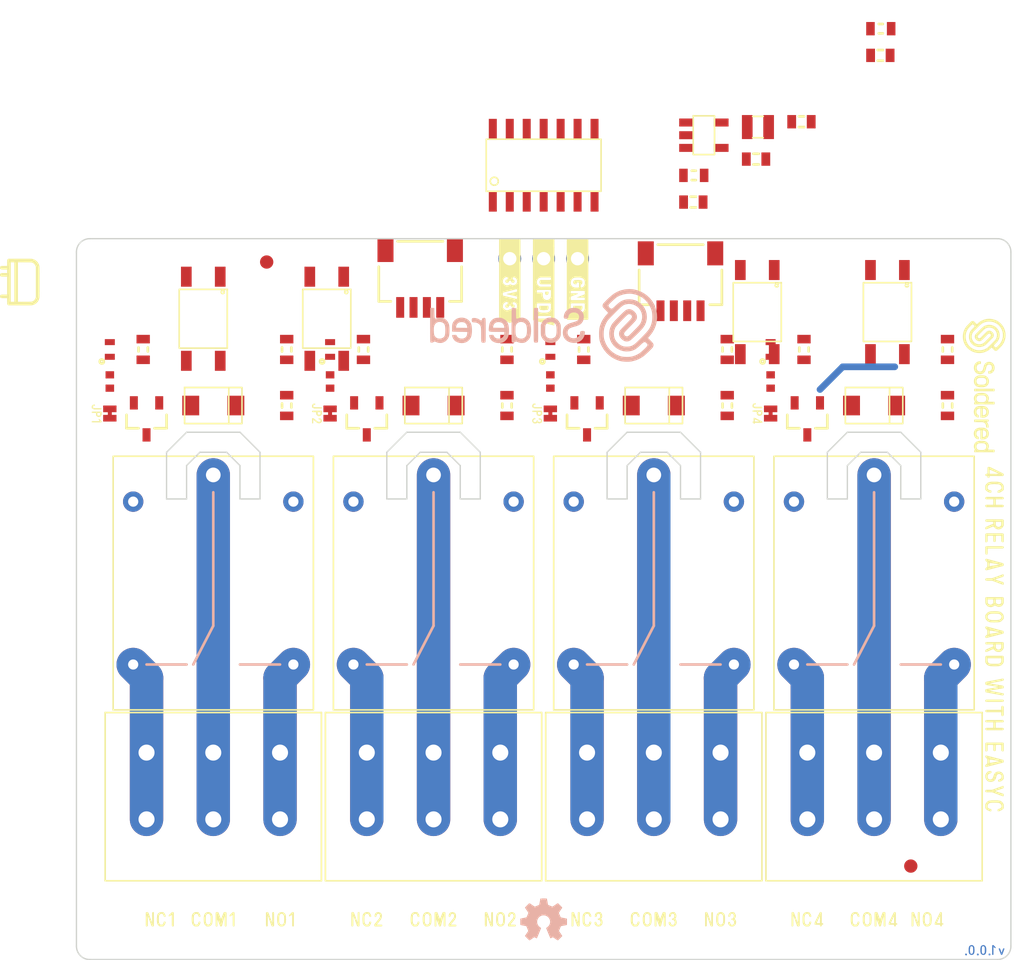
<source format=kicad_pcb>
(kicad_pcb (version 20210623) (generator pcbnew)
  (layers (0 "F.Cu" signal) (31 "B.Cu" signal) (34 "B.Paste" user) (35 "F.Paste" user) (36 "B.SilkS" user "B.Silkscreen") (37 "F.SilkS" user "F.Silkscreen") (38 "B.Mask" user) (39 "F.Mask" user) (44 "Edge.Cuts" user))
  (net 0 "")
  (net 1 "Net-(D1-Pad2)")
  (net 2 "Net-(D2-Pad2)")
  (net 3 "Net-(D3-Pad2)")
  (net 4 "Net-(D3-Pad1)")
  (net 5 "Net-(D4-Pad2)")
  (net 6 "Net-(D4-Pad1)")
  (net 7 "Net-(D5-Pad2)")
  (net 8 "Net-(D6-Pad2)")
  (net 9 "Net-(D7-Pad2)")
  (net 10 "Net-(D7-Pad1)")
  (net 11 "Net-(D8-Pad2)")
  (net 12 "Net-(D8-Pad1)")
  (net 13 "Net-(JP1-Pad1)")
  (net 14 "Net-(JP2-Pad1)")
  (net 15 "Net-(JP3-Pad1)")
  (net 16 "5V")
  (net 17 "GND")
  (net 18 "IN4")
  (net 19 "IN3")
  (net 20 "IN2")
  (net 21 "IN1")
  (net 22 "NC1")
  (net 23 "COM1")
  (net 24 "NO1")
  (net 25 "3V3")
  (net 26 "Net-(JP4-Pad1)")
  (net 27 "SDA")
  (net 28 "NC2")
  (net 29 "COM2")
  (net 30 "NO2")
  (net 31 "NC4")
  (net 32 "COM4")
  (net 33 "NO4")
  (net 34 "Net-(Q1-Pad1)")
  (net 35 "Net-(Q2-Pad1)")
  (net 36 "Net-(Q3-Pad1)")
  (net 37 "Net-(Q4-Pad1)")
  (net 38 "Net-(R1-Pad1)")
  (net 39 "Net-(R2-Pad1)")
  (net 40 "Net-(R5-Pad1)")
  (net 41 "Net-(R6-Pad1)")
  (net 42 "Net-(R9-Pad1)")
  (net 43 "Net-(R10-Pad1)")
  (net 44 "Net-(R13-Pad1)")
  (net 45 "Net-(R14-Pad1)")
  (net 46 "SCL")
  (net 47 "NO3")
  (net 48 "COM3")
  (net 49 "NC3")
  (net 50 "UPDI")
  (net 51 "Net-(L1-Pad1)")
  (footprint "e-radionica.com footprinti:PC357_OPTO" (layer "F.Cu") (at 119.75 101.5 -90)
    (fp_text reference "U4")
    (fp_text value "PC357_OPTO")
    (pad "1" smd rect locked (at -3.15 -1.27 270) (size 1.5 0.8) (layers "F.Cu" "F.Paste" "F.Mask") (net 43 "Net-(R10-Pad1)"))
    (pad "2" smd rect locked (at -3.15 1.27 270) (size 1.5 0.8) (layers "F.Cu" "F.Paste" "F.Mask") (net 17 "GND"))
    (pad "3" smd rect locked (at 3.15 1.27 270) (size 1.5 0.8) (layers "F.Cu" "F.Paste" "F.Mask") (net 37 "Net-(Q4-Pad1)"))
    (pad "4" smd rect locked (at 3.15 -1.27 270) (size 1.5 0.8) (layers "F.Cu" "F.Paste" "F.Mask") (net 45 "Net-(R14-Pad1)"))
  )
  (footprint "e-radionica.com footprinti:SMD-JUMPER-CONNECTED_TRACE_NOSLODERMASK" (layer "F.Cu") (at 61.5 109.1 -90)
    (fp_text reference "JP1")
    (fp_text value "SMD-JUMPER-CONNECTED_TRACE_NOSLODERMASK")
    (fp_poly (pts (xy 0.1 0.1) (xy -0.1 0.1) (xy -0.1 -0.1) (xy 0.1 -0.1)) (layer "F.Cu") (width 0.1) (fill solid))
    (pad "1" smd rect locked (at -0.35 0 270) (size 0.5 1) (layers "F.Cu") (net 13 "Net-(JP1-Pad1)"))
    (pad "2" smd rect locked (at 0.35 0 270) (size 0.5 1) (layers "F.Cu") (net 4 "Net-(D3-Pad1)"))
  )
  (footprint "e-radionica.com footprinti:0603C" (layer "F.Cu") (at 113.31 87.24)
    (fp_text reference "C3")
    (fp_text value "0.1uF")
    (pad "1" smd rect locked (at -0.73 0) (size 0.66 1) (layers "F.Cu" "F.Paste" "F.Mask") (net 25 "3V3"))
    (pad "2" smd rect locked (at 0.73 0) (size 0.66 1) (layers "F.Cu" "F.Paste" "F.Mask") (net 17 "GND"))
  )
  (footprint "e-radionica.com footprinti:0603R" (layer "F.Cu") (at 113.5 104.3 90)
    (fp_text reference "R10")
    (fp_text value "100R")
    (pad "1" smd rect locked (at -0.775 0 180) (size 1 0.64) (layers "F.Cu" "F.Paste" "F.Mask") (net 43 "Net-(R10-Pad1)"))
    (pad "2" smd rect locked (at 0.775 0 180) (size 1 0.64) (layers "F.Cu" "F.Paste" "F.Mask") (net 18 "IN4"))
  )
  (footprint "e-radionica.com footprinti:TERMINAL_KF235-5.0-3P" (layer "F.Cu") (at 102.25 137)
    (fp_text reference "K8")
    (fp_text value "TERMINAL_KF235-5.0-3P")
    (pad "1" thru_hole circle locked (at 5 -2.5) (size 1.8 1.8) (drill 1.2) (layers *.Cu *.Mask) (net 47 "NO3"))
    (pad "1" thru_hole circle locked (at 5 2.5) (size 1.8 1.8) (drill 1.2) (layers *.Cu *.Mask) (net 47 "NO3"))
    (pad "2" thru_hole circle locked (at 0 2.5) (size 1.8 1.8) (drill 1.2) (layers *.Cu *.Mask) (net 48 "COM3"))
    (pad "2" thru_hole circle locked (at 0 -2.5) (size 1.8 1.8) (drill 1.2) (layers *.Cu *.Mask) (net 48 "COM3"))
    (pad "3" thru_hole circle locked (at -5 -2.5) (size 1.8 1.8) (drill 1.2) (layers *.Cu *.Mask) (net 49 "NC3"))
    (pad "3" thru_hole circle locked (at -5 2.5) (size 1.8 1.8) (drill 1.2) (layers *.Cu *.Mask) (net 49 "NC3"))
  )
  (footprint "e-radionica.com footprinti:HOLE_3.2mm" (layer "F.Cu") (at 62 99)
    (fp_text reference "H4" hide)
    (fp_text value "HOLE_3.2mm" hide)
    (pad "" np_thru_hole circle locked (at 0 0) (size 3.2 3.2) (drill 3.2) (layers F&B.Cu *.Mask))
  )
  (footprint "Soldered Graphics:Logo-Back-SolderedFULL-17mm" (layer "F.Cu") (at 94 102.5)
    (fp_text reference "REF**" hide)
    (fp_text value "Logo-Front-SolderedFULL-17mm" hide)
  )
  (footprint "e-radionica.com footprinti:M4_DIODA" (layer "F.Cu") (at 69.25 108.5)
    (fp_text reference "D3")
    (fp_text value "M4_DIODA")
    (pad "1" smd rect locked (at -1.69 0) (size 1.27 1.47) (layers "F.Cu" "F.Paste" "F.Mask") (net 4 "Net-(D3-Pad1)"))
    (pad "2" smd rect locked (at 1.69 0) (size 1.27 1.47) (layers "F.Cu" "F.Paste" "F.Mask") (net 3 "Net-(D3-Pad2)"))
  )
  (footprint "e-radionica.com footprinti:HOLE_3.2mm" (layer "F.Cu") (at 62 147)
    (fp_text reference "H1" hide)
    (fp_text value "HOLE_3.2mm" hide)
    (pad "" np_thru_hole circle locked (at 0 0) (size 3.2 3.2) (drill 3.2) (layers F&B.Cu *.Mask))
  )
  (footprint "buzzardLabel" (layer "F.Cu") (at 60.5 109.1 -90)
    (fp_text reference "" (at 0 0 90) (layer "F.SilkS") (effects (font (size 1.27 1.27))))
    (fp_text value "" (at 0 0 90) (layer "F.SilkS") (effects (font (size 1.27 1.27))))
  )
  (footprint "e-radionica.com footprinti:0402R" (layer "F.Cu") (at 94.5 106.7 90)
    (fp_text reference "R11")
    (fp_text value "1k")
    (pad "1" smd rect locked (at -0.5 0 180) (size 0.64 0.54) (layers "F.Cu" "F.Paste" "F.Mask") (net 15 "Net-(JP3-Pad1)"))
    (pad "2" smd rect locked (at 0.5 0 180) (size 0.64 0.54) (layers "F.Cu" "F.Paste" "F.Mask") (net 7 "Net-(D5-Pad2)"))
  )
  (footprint "buzzardLabel" (layer "F.Cu") (at 113.75 147)
    (fp_text reference "" (at 0 0) (layer "F.SilkS") (effects (font (size 1.27 1.27))))
    (fp_text value "" (at 0 0) (layer "F.SilkS") (effects (font (size 1.27 1.27))))
  )
  (footprint "e-radionica.com footprinti:TERMINAL_KF235-5.0-3P" (layer "F.Cu") (at 69.25 137)
    (fp_text reference "K4")
    (fp_text value "TERMINAL_KF235-5.0-3P")
    (pad "1" thru_hole circle locked (at 5 2.5) (size 1.8 1.8) (drill 1.2) (layers *.Cu *.Mask) (net 24 "NO1"))
    (pad "1" thru_hole circle locked (at 5 -2.5) (size 1.8 1.8) (drill 1.2) (layers *.Cu *.Mask) (net 24 "NO1"))
    (pad "2" thru_hole circle locked (at 0 -2.5) (size 1.8 1.8) (drill 1.2) (layers *.Cu *.Mask) (net 23 "COM1"))
    (pad "2" thru_hole circle locked (at 0 2.5) (size 1.8 1.8) (drill 1.2) (layers *.Cu *.Mask) (net 23 "COM1"))
    (pad "3" thru_hole circle locked (at -5 2.5) (size 1.8 1.8) (drill 1.2) (layers *.Cu *.Mask) (net 22 "NC1"))
    (pad "3" thru_hole circle locked (at -5 -2.5) (size 1.8 1.8) (drill 1.2) (layers *.Cu *.Mask) (net 22 "NC1"))
  )
  (footprint "e-radionica.com footprinti:0402LED" (layer "F.Cu") (at 78 104.3 -90)
    (fp_text reference "D2")
    (fp_text value "purple")
    (pad "1" smd rect locked (at -0.55 0) (size 0.75 0.45) (layers "F.Cu" "F.Paste" "F.Mask") (net 16 "5V"))
    (pad "2" smd rect locked (at 0.55 0) (size 0.75 0.45) (layers "F.Cu" "F.Paste" "F.Mask") (net 2 "Net-(D2-Pad2)"))
  )
  (footprint "e-radionica.com footprinti:easyC-connector" (layer "F.Cu") (at 104.25 99.25)
    (fp_text reference "K11")
    (fp_text value "easyC-SMD")
    (pad "1" smd rect locked (at -1.5 2.15) (size 0.6 1.55) (layers "F.Cu" "F.Paste" "F.Mask") (net 46 "SCL"))
    (pad "2" smd rect locked (at -0.5 2.15) (size 0.6 1.55) (layers "F.Cu" "F.Paste" "F.Mask") (net 27 "SDA"))
    (pad "3" smd rect locked (at 0.5 2.15) (size 0.6 1.55) (layers "F.Cu" "F.Paste" "F.Mask") (net 25 "3V3"))
    (pad "4" smd rect locked (at 1.5 2.15) (size 0.6 1.55) (layers "F.Cu" "F.Paste" "F.Mask") (net 17 "GND"))
    (pad "5" smd rect locked (at -2.6 -2.15) (size 1.2 1.8) (layers "F.Cu" "F.Paste" "F.Mask") (net 17 "GND"))
    (pad "5" smd rect locked (at 2.6 -2.15) (size 1.2 1.8) (layers "F.Cu" "F.Paste" "F.Mask") (net 17 "GND"))
  )
  (footprint "buzzardLabel" (layer "F.Cu") (at 90.75 147)
    (fp_text reference "" (at 0 0) (layer "F.SilkS") (effects (font (size 1.27 1.27))))
    (fp_text value "" (at 0 0) (layer "F.SilkS") (effects (font (size 1.27 1.27))))
  )
  (footprint "e-radionica.com footprinti:0402R" (layer "F.Cu") (at 78 106.7 90)
    (fp_text reference "R4")
    (fp_text value "1k")
    (pad "1" smd rect locked (at -0.5 0 180) (size 0.64 0.54) (layers "F.Cu" "F.Paste" "F.Mask") (net 14 "Net-(JP2-Pad1)"))
    (pad "2" smd rect locked (at 0.5 0 180) (size 0.64 0.54) (layers "F.Cu" "F.Paste" "F.Mask") (net 2 "Net-(D2-Pad2)"))
  )
  (footprint "e-radionica.com footprinti:HEADER-UPDI" (layer "F.Cu") (at 94 97.5)
    (fp_text reference "K10")
    (fp_text value "HEADER-UPDI")
    (pad "1" thru_hole circle locked (at -2.54 0) (size 1.7 1.7) (drill 1) (layers *.Cu "B.Mask") (net 25 "3V3"))
    (pad "2" thru_hole circle locked (at 0 0) (size 1.7 1.7) (drill 1) (layers *.Cu "B.Mask") (net 50 "UPDI"))
    (pad "3" thru_hole circle locked (at 2.54 0) (size 1.7 1.7) (drill 1) (layers *.Cu "B.Mask") (net 17 "GND"))
  )
  (footprint "e-radionica.com footprinti:0603R" (layer "F.Cu") (at 107.75 104.3 -90)
    (fp_text reference "R13")
    (fp_text value "330R")
    (pad "1" smd rect locked (at -0.775 0) (size 1 0.64) (layers "F.Cu" "F.Paste" "F.Mask") (net 44 "Net-(R13-Pad1)"))
    (pad "2" smd rect locked (at 0.775 0) (size 1 0.64) (layers "F.Cu" "F.Paste" "F.Mask") (net 16 "5V"))
  )
  (footprint "e-radionica.com footprinti:HOLE_3.2mm" (layer "F.Cu") (at 126 147)
    (fp_text reference "H2" hide)
    (fp_text value "HOLE_3.2mm" hide)
    (pad "" np_thru_hole circle locked (at 0 0) (size 3.2 3.2) (drill 3.2) (layers F&B.Cu *.Mask))
  )
  (footprint "buzzardLabel" (layer "F.Cu") (at 80.75 147)
    (fp_text reference "" (at 0 0) (layer "F.SilkS") (effects (font (size 1.27 1.27))))
    (fp_text value "" (at 0 0) (layer "F.SilkS") (effects (font (size 1.27 1.27))))
  )
  (footprint "e-radionica.com footprinti:SOIC-14" (layer "F.Cu") (at 94 90.5 90)
    (fp_text reference "U5")
    (fp_text value "ATTINY404-SSNR")
    (pad "1" smd rect locked (at -2.7 -3.81 90) (size 1.55 0.6) (layers "F.Cu" "F.Paste" "F.Mask") (net 25 "3V3"))
    (pad "2" smd rect locked (at -2.7 -2.54 90) (size 1.55 0.6) (layers "F.Cu" "F.Paste" "F.Mask") (net 21 "IN1"))
    (pad "3" smd rect locked (at -2.7 -1.27 90) (size 1.55 0.6) (layers "F.Cu" "F.Paste" "F.Mask"))
    (pad "4" smd rect locked (at -2.7 0 90) (size 1.55 0.6) (layers "F.Cu" "F.Paste" "F.Mask"))
    (pad "5" smd rect locked (at -2.7 1.27 90) (size 1.55 0.6) (layers "F.Cu" "F.Paste" "F.Mask"))
    (pad "6" smd rect locked (at -2.7 2.54 90) (size 1.55 0.6) (layers "F.Cu" "F.Paste" "F.Mask"))
    (pad "7" smd rect locked (at -2.7 3.81 90) (size 1.55 0.6) (layers "F.Cu" "F.Paste" "F.Mask"))
    (pad "8" smd rect locked (at 2.7 3.81 90) (size 1.55 0.6) (layers "F.Cu" "F.Paste" "F.Mask") (net 27 "SDA"))
    (pad "9" smd rect locked (at 2.7 2.54 90) (size 1.55 0.6) (layers "F.Cu" "F.Paste" "F.Mask") (net 46 "SCL"))
    (pad "10" smd rect locked (at 2.7 1.27 90) (size 1.55 0.6) (layers "F.Cu" "F.Paste" "F.Mask") (net 50 "UPDI"))
    (pad "11" smd rect locked (at 2.7 0 90) (size 1.55 0.6) (layers "F.Cu" "F.Paste" "F.Mask"))
    (pad "12" smd rect locked (at 2.7 -1.27 90) (size 1.55 0.6) (layers "F.Cu" "F.Paste" "F.Mask"))
    (pad "13" smd rect locked (at 2.7 -2.54 90) (size 1.55 0.6) (layers "F.Cu" "F.Paste" "F.Mask"))
    (pad "14" smd rect locked (at 2.7 -3.81 90) (size 1.55 0.6) (layers "F.Cu" "F.Paste" "F.Mask") (net 17 "GND"))
  )
  (footprint "e-radionica.com footprinti:SOT-23-3" (layer "F.Cu") (at 64.25 109.5 -90)
    (fp_text reference "Q1")
    (fp_text value "NPN-SOT-23-3")
    (pad "1" smd rect locked (at -1.2 -0.95) (size 0.6 1) (layers "F.Cu" "F.Paste" "F.Mask") (net 34 "Net-(Q1-Pad1)"))
    (pad "2" smd rect locked (at -1.2 0.95) (size 0.6 1) (layers "F.Cu" "F.Paste" "F.Mask") (net 17 "GND"))
    (pad "3" smd rect locked (at 1.2 0) (size 0.6 1) (layers "F.Cu" "F.Paste" "F.Mask") (net 4 "Net-(D3-Pad1)"))
  )
  (footprint "buzzardLabel" (layer "F.Cu") (at 118.75 147)
    (fp_text reference "" (at 0 0) (layer "F.SilkS") (effects (font (size 1.27 1.27))))
    (fp_text value "" (at 0 0) (layer "F.SilkS") (effects (font (size 1.27 1.27))))
  )
  (footprint "e-radionica.com footprinti:0603R" (layer "F.Cu") (at 97 104.3 90)
    (fp_text reference "R9")
    (fp_text value "100R")
    (pad "1" smd rect locked (at -0.775 0 180) (size 1 0.64) (layers "F.Cu" "F.Paste" "F.Mask") (net 42 "Net-(R9-Pad1)"))
    (pad "2" smd rect locked (at 0.775 0 180) (size 1 0.64) (layers "F.Cu" "F.Paste" "F.Mask") (net 19 "IN3"))
  )
  (footprint "e-radionica.com footprinti:0806L" (layer "F.Cu") (at 110.05 87.64)
    (fp_text reference "L1")
    (fp_text value "DFE201612E-2R2M=P2")
    (pad "1" smd rect locked (at -0.8 0) (size 0.8 1.8) (layers "F.Cu" "F.Paste" "F.Mask") (net 51 "Net-(L1-Pad1)"))
    (pad "2" smd rect locked (at 0.8 0) (size 0.8 1.8) (layers "F.Cu" "F.Paste" "F.Mask") (net 25 "3V3"))
  )
  (footprint "buzzardLabel" (layer "F.Cu") (at 65.25 147)
    (fp_text reference "" (at 0 0) (layer "F.SilkS") (effects (font (size 1.27 1.27))))
    (fp_text value "" (at 0 0) (layer "F.SilkS") (effects (font (size 1.27 1.27))))
  )
  (footprint "buzzardLabel" (layer "F.Cu") (at 110 109.1 -90)
    (fp_text reference "" (at 0 0 90) (layer "F.SilkS") (effects (font (size 1.27 1.27))))
    (fp_text value "" (at 0 0 90) (layer "F.SilkS") (effects (font (size 1.27 1.27))))
  )
  (footprint "buzzardLabel" (layer "F.Cu") (at 127.75 126 -90)
    (fp_text reference "" (at 0 0 90) (layer "F.SilkS") (effects (font (size 1.27 1.27))))
    (fp_text value "" (at 0 0 90) (layer "F.SilkS") (effects (font (size 1.27 1.27))))
  )
  (footprint "e-radionica.com footprinti:0603R" (layer "F.Cu") (at 91.25 108.5 90)
    (fp_text reference "R8")
    (fp_text value "10R")
    (pad "1" smd rect locked (at -0.775 0 180) (size 1 0.64) (layers "F.Cu" "F.Paste" "F.Mask") (net 5 "Net-(D4-Pad2)"))
    (pad "2" smd rect locked (at 0.775 0 180) (size 1 0.64) (layers "F.Cu" "F.Paste" "F.Mask") (net 16 "5V"))
  )
  (footprint "e-radionica.com footprinti:tps613222a" (layer "F.Cu") (at 106 88.25)
    (fp_text reference "U6")
    (fp_text value "TPS613222A")
    (pad "1" smd rect locked (at -1.3 -0.95) (size 1.1 0.6) (layers "F.Cu" "F.Paste" "F.Mask") (net 51 "Net-(L1-Pad1)"))
    (pad "2" smd rect locked (at -1.3 0) (size 1.1 0.6) (layers "F.Cu" "F.Paste" "F.Mask") (net 17 "GND"))
    (pad "3" smd rect locked (at -1.3 0.95) (size 1.1 0.6) (layers "F.Cu" "F.Paste" "F.Mask"))
    (pad "4" smd rect locked (at 1.3 0.95) (size 1.1 0.6) (layers "F.Cu" "F.Paste" "F.Mask") (net 16 "5V"))
    (pad "5" smd rect locked (at 1.3 -0.95) (size 1.1 0.6) (layers "F.Cu" "F.Paste" "F.Mask"))
  )
  (footprint "e-radionica.com footprinti:TERMINAL_KF235-5.0-3P" (layer "F.Cu") (at 118.75 137)
    (fp_text reference "K9")
    (fp_text value "TERMINAL_KF235-5.0-3P")
    (pad "1" thru_hole circle locked (at 5 2.5) (size 1.8 1.8) (drill 1.2) (layers *.Cu *.Mask) (net 33 "NO4"))
    (pad "1" thru_hole circle locked (at 5 -2.5) (size 1.8 1.8) (drill 1.2) (layers *.Cu *.Mask) (net 33 "NO4"))
    (pad "2" thru_hole circle locked (at 0 -2.5) (size 1.8 1.8) (drill 1.2) (layers *.Cu *.Mask) (net 32 "COM4"))
    (pad "2" thru_hole circle locked (at 0 2.5) (size 1.8 1.8) (drill 1.2) (layers *.Cu *.Mask) (net 32 "COM4"))
    (pad "3" thru_hole circle locked (at -5 -2.5) (size 1.8 1.8) (drill 1.2) (layers *.Cu *.Mask) (net 31 "NC4"))
    (pad "3" thru_hole circle locked (at -5 2.5) (size 1.8 1.8) (drill 1.2) (layers *.Cu *.Mask) (net 31 "NC4"))
  )
  (footprint "e-radionica.com footprinti:0603R" (layer "F.Cu") (at 119.255 80.27)
    (fp_text reference "R17")
    (fp_text value "10k")
    (pad "1" smd rect locked (at -0.775 0 90) (size 1 0.64) (layers "F.Cu" "F.Paste" "F.Mask") (net 27 "SDA"))
    (pad "2" smd rect locked (at 0.775 0 90) (size 1 0.64) (layers "F.Cu" "F.Paste" "F.Mask") (net 25 "3V3"))
  )
  (footprint "e-radionica.com footprinti:HOLE_3.2mm" (layer "F.Cu") (at 126 99)
    (fp_text reference "H3" hide)
    (fp_text value "HOLE_3.2mm" hide)
    (pad "" np_thru_hole circle locked (at 0 0) (size 3.2 3.2) (drill 3.2) (layers F&B.Cu *.Mask))
  )
  (footprint "e-radionica.com footprinti:SOT-23-3" (layer "F.Cu") (at 80.75 109.5 -90)
    (fp_text reference "Q2")
    (fp_text value "NPN-SOT-23-3")
    (pad "1" smd rect locked (at -1.2 -0.95) (size 0.6 1) (layers "F.Cu" "F.Paste" "F.Mask") (net 35 "Net-(Q2-Pad1)"))
    (pad "2" smd rect locked (at -1.2 0.95) (size 0.6 1) (layers "F.Cu" "F.Paste" "F.Mask") (net 17 "GND"))
    (pad "3" smd rect locked (at 1.2 0) (size 0.6 1) (layers "F.Cu" "F.Paste" "F.Mask") (net 6 "Net-(D4-Pad1)"))
  )
  (footprint "e-radionica.com footprinti:SMD-JUMPER-CONNECTED_TRACE_NOSLODERMASK" (layer "F.Cu") (at 78 109.1 -90)
    (fp_text reference "JP2")
    (fp_text value "SMD-JUMPER-CONNECTED_TRACE_NOSLODERMASK")
    (fp_poly (pts (xy 0.1 0.1) (xy -0.1 0.1) (xy -0.1 -0.1) (xy 0.1 -0.1)) (layer "F.Cu") (width 0.1) (fill solid))
    (pad "1" smd rect locked (at -0.35 0 270) (size 0.5 1) (layers "F.Cu") (net 14 "Net-(JP2-Pad1)"))
    (pad "2" smd rect locked (at 0.35 0 270) (size 0.5 1) (layers "F.Cu") (net 6 "Net-(D4-Pad1)"))
  )
  (footprint "e-radionica.com footprinti:PC357_OPTO" (layer "F.Cu") (at 68.5 102 -90)
    (fp_text reference "U1")
    (fp_text value "PC357_OPTO")
    (pad "1" smd rect locked (at -3.15 -1.27 270) (size 1.5 0.8) (layers "F.Cu" "F.Paste" "F.Mask") (net 38 "Net-(R1-Pad1)"))
    (pad "2" smd rect locked (at -3.15 1.27 270) (size 1.5 0.8) (layers "F.Cu" "F.Paste" "F.Mask") (net 17 "GND"))
    (pad "3" smd rect locked (at 3.15 1.27 270) (size 1.5 0.8) (layers "F.Cu" "F.Paste" "F.Mask") (net 34 "Net-(Q1-Pad1)"))
    (pad "4" smd rect locked (at 3.15 -1.27 270) (size 1.5 0.8) (layers "F.Cu" "F.Paste" "F.Mask") (net 40 "Net-(R5-Pad1)"))
  )
  (footprint "e-radionica.com footprinti:easyC-connector" (layer "F.Cu") (at 84.75 99)
    (fp_text reference "K1")
    (fp_text value "easyC-SMD")
    (pad "1" smd rect locked (at -1.5 2.15) (size 0.6 1.55) (layers "F.Cu" "F.Paste" "F.Mask") (net 46 "SCL"))
    (pad "2" smd rect locked (at -0.5 2.15) (size 0.6 1.55) (layers "F.Cu" "F.Paste" "F.Mask") (net 27 "SDA"))
    (pad "3" smd rect locked (at 0.5 2.15) (size 0.6 1.55) (layers "F.Cu" "F.Paste" "F.Mask") (net 25 "3V3"))
    (pad "4" smd rect locked (at 1.5 2.15) (size 0.6 1.55) (layers "F.Cu" "F.Paste" "F.Mask") (net 17 "GND"))
    (pad "5" smd rect locked (at 2.6 -2.15) (size 1.2 1.8) (layers "F.Cu" "F.Paste" "F.Mask") (net 17 "GND"))
    (pad "5" smd rect locked (at -2.6 -2.15) (size 1.2 1.8) (layers "F.Cu" "F.Paste" "F.Mask") (net 17 "GND"))
  )
  (footprint "e-radionica.com footprinti:0603R" (layer "F.Cu") (at 107.75 108.5 90)
    (fp_text reference "R15")
    (fp_text value "10R")
    (pad "1" smd rect locked (at -0.775 0 180) (size 1 0.64) (layers "F.Cu" "F.Paste" "F.Mask") (net 9 "Net-(D7-Pad2)"))
    (pad "2" smd rect locked (at 0.775 0 180) (size 1 0.64) (layers "F.Cu" "F.Paste" "F.Mask") (net 16 "5V"))
  )
  (footprint "e-radionica.com footprinti:0402LED" (layer "F.Cu") (at 111 104.3 -90)
    (fp_text reference "D6")
    (fp_text value "purple")
    (pad "1" smd rect locked (at -0.55 0) (size 0.75 0.45) (layers "F.Cu" "F.Paste" "F.Mask") (net 16 "5V"))
    (pad "2" smd rect locked (at 0.55 0) (size 0.75 0.45) (layers "F.Cu" "F.Paste" "F.Mask") (net 8 "Net-(D6-Pad2)"))
  )
  (footprint "buzzardLabel" (layer "F.Cu") (at 93.5 109.1 -90)
    (fp_text reference "" (at 0 0 90) (layer "F.SilkS") (effects (font (size 1.27 1.27))))
    (fp_text value "" (at 0 0 90) (layer "F.SilkS") (effects (font (size 1.27 1.27))))
  )
  (footprint "buzzardLabel" (layer "F.Cu") (at 96.54 95.6 -90)
    (fp_text reference "" (at 0 0 90) (layer "F.SilkS") (effects (font (size 1.27 1.27))))
    (fp_text value "" (at 0 0 90) (layer "F.SilkS") (effects (font (size 1.27 1.27))))
  )
  (footprint "e-radionica.com footprinti:0603R" (layer "F.Cu") (at 74.75 104.3 -90)
    (fp_text reference "R5")
    (fp_text value "330R")
    (pad "1" smd rect locked (at -0.775 0) (size 1 0.64) (layers "F.Cu" "F.Paste" "F.Mask") (net 40 "Net-(R5-Pad1)"))
    (pad "2" smd rect locked (at 0.775 0) (size 1 0.64) (layers "F.Cu" "F.Paste" "F.Mask") (net 16 "5V"))
  )
  (footprint "buzzardLabel" (layer "F.Cu") (at 107.25 147)
    (fp_text reference "" (at 0 0) (layer "F.SilkS") (effects (font (size 1.27 1.27))))
    (fp_text value "" (at 0 0) (layer "F.SilkS") (effects (font (size 1.27 1.27))))
  )
  (footprint "e-radionica.com footprinti:SRD_RELAY_5V" (layer "F.Cu") (at 102.25 121.8 90)
    (fp_text reference "K6")
    (fp_text value "SRD_RELAY_5V")
    (pad "1" thru_hole circle locked (at 6.1 6 90) (size 1.524 1.524) (drill 0.762) (layers *.Cu *.Mask) (net 9 "Net-(D7-Pad2)"))
    (pad "2" thru_hole circle locked (at 6.1 -6 90) (size 1.524 1.524) (drill 0.762) (layers *.Cu *.Mask) (net 10 "Net-(D7-Pad1)"))
    (pad "3" thru_hole circle locked (at -6.1 6 90) (size 1.524 1.524) (drill 0.762) (layers *.Cu *.Mask) (net 47 "NO3"))
    (pad "4" thru_hole circle locked (at 8.1 0 90) (size 1.524 1.524) (drill 1.1) (layers *.Cu *.Mask) (net 48 "COM3"))
    (pad "5" thru_hole circle locked (at -6.1 -6 90) (size 1.524 1.524) (drill 0.762) (layers *.Cu *.Mask) (net 49 "NC3"))
  )
  (footprint "e-radionica.com footprinti:M4_DIODA" (layer "F.Cu") (at 118.75 108.5)
    (fp_text reference "D8")
    (fp_text value "M4_DIODA")
    (pad "1" smd rect locked (at -1.69 0) (size 1.27 1.47) (layers "F.Cu" "F.Paste" "F.Mask") (net 12 "Net-(D8-Pad1)"))
    (pad "2" smd rect locked (at 1.69 0) (size 1.27 1.47) (layers "F.Cu" "F.Paste" "F.Mask") (net 11 "Net-(D8-Pad2)"))
  )
  (footprint "e-radionica.com footprinti:0603R" (layer "F.Cu") (at 74.75 108.5 90)
    (fp_text reference "R7")
    (fp_text value "10R")
    (pad "1" smd rect locked (at -0.775 0 180) (size 1 0.64) (layers "F.Cu" "F.Paste" "F.Mask") (net 3 "Net-(D3-Pad2)"))
    (pad "2" smd rect locked (at 0.775 0 180) (size 1 0.64) (layers "F.Cu" "F.Paste" "F.Mask") (net 16 "5V"))
  )
  (footprint "e-radionica.com footprinti:SMD-JUMPER-CONNECTED_TRACE_NOSLODERMASK" (layer "F.Cu") (at 111 109.1 -90)
    (fp_text reference "JP4")
    (fp_text value "SMD-JUMPER-CONNECTED_TRACE_NOSLODERMASK")
    (fp_poly (pts (xy 0.1 0.1) (xy -0.1 0.1) (xy -0.1 -0.1) (xy 0.1 -0.1)) (layer "F.Cu") (width 0.1) (fill solid))
    (pad "1" smd rect locked (at -0.35 0 270) (size 0.5 1) (layers "F.Cu") (net 26 "Net-(JP4-Pad1)"))
    (pad "2" smd rect locked (at 0.35 0 270) (size 0.5 1) (layers "F.Cu") (net 12 "Net-(D8-Pad1)"))
  )
  (footprint "e-radionica.com footprinti:M4_DIODA" (layer "F.Cu") (at 85.75 108.5)
    (fp_text reference "D4")
    (fp_text value "M4_DIODA")
    (pad "1" smd rect locked (at -1.69 0) (size 1.27 1.47) (layers "F.Cu" "F.Paste" "F.Mask") (net 6 "Net-(D4-Pad1)"))
    (pad "2" smd rect locked (at 1.69 0) (size 1.27 1.47) (layers "F.Cu" "F.Paste" "F.Mask") (net 5 "Net-(D4-Pad2)"))
  )
  (footprint "Soldered Graphics:Symbol-Front-Relay" (layer "F.Cu") (at 54.75 99.25 -90)
    (fp_text reference "G***" hide)
    (fp_text value "LOGO" hide)
  )
  (footprint "e-radionica.com footprinti:0603C" (layer "F.Cu") (at 119.22 82.27)
    (fp_text reference "C2")
    (fp_text value "CL10A226MPCNUBE")
    (pad "1" smd rect locked (at -0.73 0) (size 0.66 1) (layers "F.Cu" "F.Paste" "F.Mask") (net 17 "GND"))
    (pad "2" smd rect locked (at 0.73 0) (size 0.66 1) (layers "F.Cu" "F.Paste" "F.Mask") (net 16 "5V"))
  )
  (footprint "buzzardLabel" (layer "F.Cu") (at 97.25 147)
    (fp_text reference "" (at 0 0) (layer "F.SilkS") (effects (font (size 1.27 1.27))))
    (fp_text value "" (at 0 0) (layer "F.SilkS") (effects (font (size 1.27 1.27))))
  )
  (footprint "e-radionica.com footprinti:0402LED" (layer "F.Cu") (at 61.5 104.3 -90)
    (fp_text reference "D1")
    (fp_text value "purple")
    (pad "1" smd rect locked (at -0.55 0) (size 0.75 0.45) (layers "F.Cu" "F.Paste" "F.Mask") (net 16 "5V"))
    (pad "2" smd rect locked (at 0.55 0) (size 0.75 0.45) (layers "F.Cu" "F.Paste" "F.Mask") (net 1 "Net-(D1-Pad2)"))
  )
  (footprint "e-radionica.com footprinti:FIDUCIAL_1MM_PASTE" (layer "F.Cu") (at 73.25 97.75)
    (fp_text reference "FD1")
    (fp_text value "Fiducial_Stencil")
    (pad "1" smd circle locked (at 0 0) (size 1 1) (property pad_prop_fiducial_glob) (layers "F.Cu" "F.Paste" "F.Mask"))
  )
  (footprint "e-radionica.com footprinti:0603R" (layer "F.Cu") (at 64 104.3 90)
    (fp_text reference "R1")
    (fp_text value "100R")
    (pad "1" smd rect locked (at -0.775 0 180) (size 1 0.64) (layers "F.Cu" "F.Paste" "F.Mask") (net 38 "Net-(R1-Pad1)"))
    (pad "2" smd rect locked (at 0.775 0 180) (size 1 0.64) (layers "F.Cu" "F.Paste" "F.Mask") (net 21 "IN1"))
  )
  (footprint "buzzardLabel" (layer "F.Cu") (at 69.25 147)
    (fp_text reference "" (at 0 0) (layer "F.SilkS") (effects (font (size 1.27 1.27))))
    (fp_text value "" (at 0 0) (layer "F.SilkS") (effects (font (size 1.27 1.27))))
  )
  (footprint "e-radionica.com footprinti:FIDUCIAL_1MM_PASTE" (layer "F.Cu") (at 121.5 143)
    (fp_text reference "FD2")
    (fp_text value "Fiducial_Stencil")
    (pad "1" smd circle locked (at 0 0) (size 1 1) (property pad_prop_fiducial_glob) (layers "F.Cu" "F.Paste" "F.Mask"))
  )
  (footprint "e-radionica.com footprinti:0603R" (layer "F.Cu") (at 105.245 91.26)
    (fp_text reference "R18")
    (fp_text value "10k")
    (pad "1" smd rect locked (at -0.775 0 90) (size 1 0.64) (layers "F.Cu" "F.Paste" "F.Mask") (net 46 "SCL"))
    (pad "2" smd rect locked (at 0.775 0 90) (size 1 0.64) (layers "F.Cu" "F.Paste" "F.Mask") (net 25 "3V3"))
  )
  (footprint "buzzardLabel" (layer "F.Cu") (at 74.25 147)
    (fp_text reference "" (at 0 0) (layer "F.SilkS") (effects (font (size 1.27 1.27))))
    (fp_text value "" (at 0 0) (layer "F.SilkS") (effects (font (size 1.27 1.27))))
  )
  (footprint "e-radionica.com footprinti:TERMINAL_KF235-5.0-3P" (layer "F.Cu") (at 85.75 137)
    (fp_text reference "K5")
    (fp_text value "TERMINAL_KF235-5.0-3P")
    (pad "1" thru_hole circle locked (at 5 -2.5) (size 1.8 1.8) (drill 1.2) (layers *.Cu *.Mask) (net 30 "NO2"))
    (pad "1" thru_hole circle locked (at 5 2.5) (size 1.8 1.8) (drill 1.2) (layers *.Cu *.Mask) (net 30 "NO2"))
    (pad "2" thru_hole circle locked (at 0 2.5) (size 1.8 1.8) (drill 1.2) (layers *.Cu *.Mask) (net 29 "COM2"))
    (pad "2" thru_hole circle locked (at 0 -2.5) (size 1.8 1.8) (drill 1.2) (layers *.Cu *.Mask) (net 29 "COM2"))
    (pad "3" thru_hole circle locked (at -5 2.5) (size 1.8 1.8) (drill 1.2) (layers *.Cu *.Mask) (net 28 "NC2"))
    (pad "3" thru_hole circle locked (at -5 -2.5) (size 1.8 1.8) (drill 1.2) (layers *.Cu *.Mask) (net 28 "NC2"))
  )
  (footprint "Soldered Graphics:Logo-Front-SolderedFULL-10mm" (layer "F.Cu") (at 127 107 -90)
    (fp_text reference "G***" hide)
    (fp_text value "LOGO" hide)
  )
  (footprint "e-radionica.com footprinti:0402R" (layer "F.Cu") (at 61.5 106.7 90)
    (fp_text reference "R3")
    (fp_text value "1k")
    (pad "1" smd rect locked (at -0.5 0 180) (size 0.64 0.54) (layers "F.Cu" "F.Paste" "F.Mask") (net 13 "Net-(JP1-Pad1)"))
    (pad "2" smd rect locked (at 0.5 0 180) (size 0.64 0.54) (layers "F.Cu" "F.Paste" "F.Mask") (net 1 "Net-(D1-Pad2)"))
  )
  (footprint "Soldered Graphics:Logo-Back-OSH-3.5mm" (layer "F.Cu") (at 94 147)
    (fp_text reference "G***" hide)
    (fp_text value "LOGO" hide)
  )
  (footprint "buzzardLabel" (layer "F.Cu") (at 102.25 147)
    (fp_text reference "" (at 0 0) (layer "F.SilkS") (effects (font (size 1.27 1.27))))
    (fp_text value "" (at 0 0) (layer "F.SilkS") (effects (font (size 1.27 1.27))))
  )
  (footprint "e-radionica.com footprinti:0603R" (layer "F.Cu") (at 124.25 104.3 -90)
    (fp_text reference "R14")
    (fp_text value "330R")
    (pad "1" smd rect locked (at -0.775 0) (size 1 0.64) (layers "F.Cu" "F.Paste" "F.Mask") (net 45 "Net-(R14-Pad1)"))
    (pad "2" smd rect locked (at 0.775 0) (size 1 0.64) (layers "F.Cu" "F.Paste" "F.Mask") (net 16 "5V"))
  )
  (footprint "e-radionica.com footprinti:0603R" (layer "F.Cu") (at 80.5 104.3 90)
    (fp_text reference "R2")
    (fp_text value "100R")
    (pad "1" smd rect locked (at -0.775 0 180) (size 1 0.64) (layers "F.Cu" "F.Paste" "F.Mask") (net 39 "Net-(R2-Pad1)"))
    (pad "2" smd rect locked (at 0.775 0 180) (size 1 0.64) (layers "F.Cu" "F.Paste" "F.Mask") (net 20 "IN2"))
  )
  (footprint "buzzardLabel" (layer "F.Cu") (at 85.75 147)
    (fp_text reference "" (at 0 0) (layer "F.SilkS") (effects (font (size 1.27 1.27))))
    (fp_text value "" (at 0 0) (layer "F.SilkS") (effects (font (size 1.27 1.27))))
  )
  (footprint "e-radionica.com footprinti:PC357_OPTO" (layer "F.Cu") (at 110 101.5 -90)
    (fp_text reference "U3")
    (fp_text value "PC357_OPTO")
    (pad "1" smd rect locked (at -3.15 -1.27 270) (size 1.5 0.8) (layers "F.Cu" "F.Paste" "F.Mask") (net 42 "Net-(R9-Pad1)"))
    (pad "2" smd rect locked (at -3.15 1.27 270) (size 1.5 0.8) (layers "F.Cu" "F.Paste" "F.Mask") (net 17 "GND"))
    (pad "3" smd rect locked (at 3.15 1.27 270) (size 1.5 0.8) (layers "F.Cu" "F.Paste" "F.Mask") (net 36 "Net-(Q3-Pad1)"))
    (pad "4" smd rect locked (at 3.15 -1.27 270) (size 1.5 0.8) (layers "F.Cu" "F.Paste" "F.Mask") (net 44 "Net-(R13-Pad1)"))
  )
  (footprint "buzzardLabel" (layer "F.Cu") (at 77 109.1 -90)
    (fp_text reference "" (at 0 0 90) (layer "F.SilkS") (effects (font (size 1.27 1.27))))
    (fp_text value "" (at 0 0 90) (layer "F.SilkS") (effects (font (size 1.27 1.27))))
  )
  (footprint "buzzardLabel" (layer "F.Cu") (at 91.46 95.6 -90)
    (fp_text reference "" (at 0 0 90) (layer "F.SilkS") (effects (font (size 1.27 1.27))))
    (fp_text value "" (at 0 0 90) (layer "F.SilkS") (effects (font (size 1.27 1.27))))
  )
  (footprint "e-radionica.com footprinti:SOT-23-3" (layer "F.Cu") (at 97.25 109.5 -90)
    (fp_text reference "Q3")
    (fp_text value "NPN-SOT-23-3")
    (pad "1" smd rect locked (at -1.2 -0.95) (size 0.6 1) (layers "F.Cu" "F.Paste" "F.Mask") (net 36 "Net-(Q3-Pad1)"))
    (pad "2" smd rect locked (at -1.2 0.95) (size 0.6 1) (layers "F.Cu" "F.Paste" "F.Mask") (net 17 "GND"))
    (pad "3" smd rect locked (at 1.2 0) (size 0.6 1) (layers "F.Cu" "F.Paste" "F.Mask") (net 10 "Net-(D7-Pad1)"))
  )
  (footprint "buzzardLabel" (layer "F.Cu") (at 122.75 147)
    (fp_text reference "" (at 0 0) (layer "F.SilkS") (effects (font (size 1.27 1.27))))
    (fp_text value "" (at 0 0) (layer "F.SilkS") (effects (font (size 1.27 1.27))))
  )
  (footprint "e-radionica.com footprinti:SOT-23-3" (layer "F.Cu") (at 113.75 109.5 -90)
    (fp_text reference "Q4")
    (fp_text value "NPN-SOT-23-3")
    (pad "1" smd rect locked (at -1.2 -0.95) (size 0.6 1) (layers "F.Cu" "F.Paste" "F.Mask") (net 37 "Net-(Q4-Pad1)"))
    (pad "2" smd rect locked (at -1.2 0.95) (size 0.6 1) (layers "F.Cu" "F.Paste" "F.Mask") (net 17 "GND"))
    (pad "3" smd rect locked (at 1.2 0) (size 0.6 1) (layers "F.Cu" "F.Paste" "F.Mask") (net 12 "Net-(D8-Pad1)"))
  )
  (footprint "e-radionica.com footprinti:0402LED" (layer "F.Cu") (at 94.5 104.3 -90)
    (fp_text reference "D5")
    (fp_text value "purple")
    (pad "1" smd rect locked (at -0.55 0) (size 0.75 0.45) (layers "F.Cu" "F.Paste" "F.Mask") (net 16 "5V"))
    (pad "2" smd rect locked (at 0.55 0) (size 0.75 0.45) (layers "F.Cu" "F.Paste" "F.Mask") (net 7 "Net-(D5-Pad2)"))
  )
  (footprint "e-radionica.com footprinti:SMD-JUMPER-CONNECTED_TRACE_NOSLODERMASK" (layer "F.Cu") (at 94.5 109.1 -90)
    (fp_text reference "JP3")
    (fp_text value "SMD-JUMPER-CONNECTED_TRACE_NOSLODERMASK")
    (fp_poly (pts (xy 0.1 0.1) (xy -0.1 0.1) (xy -0.1 -0.1) (xy 0.1 -0.1)) (layer "F.Cu") (width 0.1) (fill solid))
    (pad "1" smd rect locked (at -0.35 0 270) (size 0.5 1) (layers "F.Cu") (net 15 "Net-(JP3-Pad1)"))
    (pad "2" smd rect locked (at 0.35 0 270) (size 0.5 1) (layers "F.Cu") (net 10 "Net-(D7-Pad1)"))
  )
  (footprint "e-radionica.com footprinti:SRD_RELAY_5V" (layer "F.Cu") (at 118.75 121.8 90)
    (fp_text reference "K7")
    (fp_text value "SRD_RELAY_5V")
    (pad "1" thru_hole circle locked (at 6.1 6 90) (size 1.524 1.524) (drill 0.762) (layers *.Cu *.Mask) (net 11 "Net-(D8-Pad2)"))
    (pad "2" thru_hole circle locked (at 6.1 -6 90) (size 1.524 1.524) (drill 0.762) (layers *.Cu *.Mask) (net 12 "Net-(D8-Pad1)"))
    (pad "3" thru_hole circle locked (at -6.1 6 90) (size 1.524 1.524) (drill 0.762) (layers *.Cu *.Mask) (net 33 "NO4"))
    (pad "4" thru_hole circle locked (at 8.1 0 90) (size 1.524 1.524) (drill 1.1) (layers *.Cu *.Mask) (net 32 "COM4"))
    (pad "5" thru_hole circle locked (at -6.1 -6 90) (size 1.524 1.524) (drill 0.762) (layers *.Cu *.Mask) (net 31 "NC4"))
  )
  (footprint "e-radionica.com footprinti:0603C" (layer "F.Cu") (at 109.91 90.04)
    (fp_text reference "C4")
    (fp_text value "C1608X7S1A475K080AC")
    (pad "1" smd rect locked (at -0.73 0) (size 0.66 1) (layers "F.Cu" "F.Paste" "F.Mask") (net 17 "GND"))
    (pad "2" smd rect locked (at 0.73 0) (size 0.66 1) (layers "F.Cu" "F.Paste" "F.Mask") (net 25 "3V3"))
  )
  (footprint "e-radionica.com footprinti:0402R" (layer "F.Cu") (at 111 106.7 90)
    (fp_text reference "R12")
    (fp_text value "1k")
    (pad "1" smd rect locked (at -0.5 0 180) (size 0.64 0.54) (layers "F.Cu" "F.Paste" "F.Mask") (net 26 "Net-(JP4-Pad1)"))
    (pad "2" smd rect locked (at 0.5 0 180) (size 0.64 0.54) (layers "F.Cu" "F.Paste" "F.Mask") (net 8 "Net-(D6-Pad2)"))
  )
  (footprint "e-radionica.com footprinti:0603C" (layer "F.Cu") (at 105.21 93.26)
    (fp_text reference "C1")
    (fp_text value "CL10A226MPCNUBE")
    (pad "1" smd rect locked (at -0.73 0) (size 0.66 1) (layers "F.Cu" "F.Paste" "F.Mask") (net 17 "GND"))
    (pad "2" smd rect locked (at 0.73 0) (size 0.66 1) (layers "F.Cu" "F.Paste" "F.Mask") (net 16 "5V"))
  )
  (footprint "e-radionica.com footprinti:SRD_RELAY_5V" (layer "F.Cu") (at 85.75 121.8 90)
    (fp_text reference "K3")
    (fp_text value "SRD_RELAY_5V")
    (pad "1" thru_hole circle locked (at 6.1 6 90) (size 1.524 1.524) (drill 0.762) (layers *.Cu *.Mask) (net 5 "Net-(D4-Pad2)"))
    (pad "2" thru_hole circle locked (at 6.1 -6 90) (size 1.524 1.524) (drill 0.762) (layers *.Cu *.Mask) (net 6 "Net-(D4-Pad1)"))
    (pad "3" thru_hole circle locked (at -6.1 6 90) (size 1.524 1.524) (drill 0.762) (layers *.Cu *.Mask) (net 30 "NO2"))
    (pad "4" thru_hole circle locked (at 8.1 0 90) (size 1.524 1.524) (drill 1.1) (layers *.Cu *.Mask) (net 29 "COM2"))
    (pad "5" thru_hole circle locked (at -6.1 -6 90) (size 1.524 1.524) (drill 0.762) (layers *.Cu *.Mask) (net 28 "NC2"))
  )
  (footprint "e-radionica.com footprinti:PC357_OPTO" (layer "F.Cu") (at 77.75 102 -90)
    (fp_text reference "U2")
    (fp_text value "PC357_OPTO")
    (pad "1" smd rect locked (at -3.15 -1.27 270) (size 1.5 0.8) (layers "F.Cu" "F.Paste" "F.Mask") (net 39 "Net-(R2-Pad1)"))
    (pad "2" smd rect locked (at -3.15 1.27 270) (size 1.5 0.8) (layers "F.Cu" "F.Paste" "F.Mask") (net 17 "GND"))
    (pad "3" smd rect locked (at 3.15 1.27 270) (size 1.5 0.8) (layers "F.Cu" "F.Paste" "F.Mask") (net 35 "Net-(Q2-Pad1)"))
    (pad "4" smd rect locked (at 3.15 -1.27 270) (size 1.5 0.8) (layers "F.Cu" "F.Paste" "F.Mask") (net 41 "Net-(R6-Pad1)"))
  )
  (footprint "e-radionica.com footprinti:0603R" (layer "F.Cu") (at 91.25 104.3 -90)
    (fp_text reference "R6")
    (fp_text value "330R")
    (pad "1" smd rect locked (at -0.775 0) (size 1 0.64) (layers "F.Cu" "F.Paste" "F.Mask") (net 41 "Net-(R6-Pad1)"))
    (pad "2" smd rect locked (at 0.775 0) (size 1 0.64) (layers "F.Cu" "F.Paste" "F.Mask") (net 16 "5V"))
  )
  (footprint "e-radionica.com footprinti:M4_DIODA" (layer "F.Cu") (at 102.25 108.5)
    (fp_text reference "D7")
    (fp_text value "M4_DIODA")
    (pad "1" smd rect locked (at -1.69 0) (size 1.27 1.47) (layers "F.Cu" "F.Paste" "F.Mask") (net 10 "Net-(D7-Pad1)"))
    (pad "2" smd rect locked (at 1.69 0) (size 1.27 1.47) (layers "F.Cu" "F.Paste" "F.Mask") (net 9 "Net-(D7-Pad2)"))
  )
  (footprint "e-radionica.com footprinti:0603R" (layer "F.Cu") (at 124.25 108.5 90)
    (fp_text reference "R16")
    (fp_text value "10R")
    (pad "1" smd rect locked (at -0.775 0 180) (size 1 0.64) (layers "F.Cu" "F.Paste" "F.Mask") (net 11 "Net-(D8-Pad2)"))
    (pad "2" smd rect locked (at 0.775 0 180) (size 1 0.64) (layers "F.Cu" "F.Paste" "F.Mask") (net 16 "5V"))
  )
  (footprint "buzzardLabel" (layer "F.Cu") (at 94 95.6 -90)
    (fp_text reference "" (at 0 0 90) (layer "F.SilkS") (effects (font (size 1.27 1.27))))
    (fp_text value "" (at 0 0 90) (layer "F.SilkS") (effects (font (size 1.27 1.27))))
  )
  (footprint "e-radionica.com footprinti:SRD_RELAY_5V" (layer "F.Cu") (at 69.25 121.8 90)
    (fp_text reference "K2")
    (fp_text value "SRD_RELAY_5V")
    (pad "1" thru_hole circle locked (at 6.1 6 90) (size 1.524 1.524) (drill 0.762) (layers *.Cu *.Mask) (net 3 "Net-(D3-Pad2)"))
    (pad "2" thru_hole circle locked (at 6.1 -6 90) (size 1.524 1.524) (drill 0.762) (layers *.Cu *.Mask) (net 4 "Net-(D3-Pad1)"))
    (pad "3" thru_hole circle locked (at -6.1 6 90) (size 1.524 1.524) (drill 0.762) (layers *.Cu *.Mask) (net 24 "NO1"))
    (pad "4" thru_hole circle locked (at 8.1 0 90) (size 1.524 1.524) (drill 1.1) (layers *.Cu *.Mask) (net 23 "COM1"))
    (pad "5" thru_hole circle locked (at -6.1 -6 90) (size 1.524 1.524) (drill 0.762) (layers *.Cu *.Mask) (net 22 "NC1"))
  )
  (footprint "Soldered Graphics:Version1.0.0." (layer "B.Cu") (at 127 149.3 180)
    (fp_text reference "" (at 0 0) (layer "B.SilkS") (effects (font (size 1.27 1.27)) (justify mirror)))
    (fp_text value "" (at 0 0) (layer "B.SilkS") (effects (font (size 1.27 1.27)) (justify mirror)))
    (fp_poly (pts (xy -0.67 -0.35) (xy -0.62 -0.35) (xy -0.6 -0.31) (xy -0.6 0.35) (xy -0.64 0.38) (xy -0.69 0.38) (xy -0.73 0.34) (xy -0.84 0.22) (xy -0.86 0.17) (xy -0.83 0.16) (xy -0.73 0.22) (xy -0.69 0.23) (xy -0.69 -0.31) (xy -0.67 -0.35)) (layer "B.Cu") (width 0.01) (fill solid))
    (fp_poly (pts (xy 0.93 -0.35) (xy 0.99 -0.35) (xy 1.04 -0.33) (xy 1.01 -0.28) (xy 0.91 -0.28) (xy 0.87 -0.25) (xy 0.85 -0.2) (xy 0.83 -0.15) (xy 0.83 -0.11) (xy 0.82 0.01) (xy 0.83 0.13) (xy 0.83 0.17) (xy 0.84 0.22) (xy 0.87 0.27) (xy 0.9 0.3) (xy 1.01 0.3) (xy 1.04 0.26) (xy 1.05 0.21) (xy 1.06 0.15) (xy 1.07 0.05) (xy 1.07 -0.08) (xy 1.06 -0.12) (xy 1.06 -0.17) (xy 1.04 -0.22) (xy 1.02 -0.27) (xy 1.01 -0.28) (xy 1.05 -0.32) (xy 1.09 -0.29) (xy 1.12 -0.26) (xy 1.14 -0.22) (xy 1.15 -0.16) (xy 1.16 -0.11) (xy 1.16 -0.06) (xy 1.16 0.06) (xy 1.16 0.12) (xy 1.15 0.17) (xy 1.14 0.22) (xy 1.13 0.27) (xy 1.1 0.3) (xy 1.06 0.34) (xy 1.01 0.37) (xy 0.95 0.38) (xy 0.9 0.38) (xy 0.84 0.35) (xy 0.8 0.31) (xy 0.78 0.28) (xy 0.75 0.23) (xy 0.74 0.18) (xy 0.74 0.13) (xy 0.73 0.08) (xy 0.73 -0.04) (xy 0.73 -0.1) (xy 0.74 -0.14) (xy 0.75 -0.2) (xy 0.77 -0.25) (xy 0.79 -0.28) (xy 0.83 -0.32) (xy 0.89 -0.35) (xy 0.93 -0.35)) (layer "B.Cu") (width 0.01) (fill solid))
    (fp_poly (pts (xy -1.33 -0.35) (xy -1.27 -0.35) (xy -1.25 -0.31) (xy -1.09 0.1) (xy -1.11 0.13) (xy -1.16 0.13) (xy -1.19 0.1) (xy -1.28 -0.16) (xy -1.3 -0.21) (xy -1.32 -0.17) (xy -1.41 0.09) (xy -1.44 0.13) (xy -1.49 0.13) (xy -1.51 0.1) (xy -1.36 -0.31) (xy -1.33 -0.35)) (layer "B.Cu") (width 0.01) (fill solid))
    (fp_poly (pts (xy -0.44 -0.38) (xy -0.39 -0.38) (xy -0.34 -0.37) (xy -0.34 -0.33) (xy -0.34 -0.27) (xy -0.38 -0.26) (xy -0.43 -0.26) (xy -0.46 -0.29) (xy -0.46 -0.34) (xy -0.44 -0.38)) (layer "B.Cu") (width 0.01) (fill solid))
    (fp_poly (pts (xy 1.31 -0.38) (xy 1.36 -0.38) (xy 1.41 -0.37) (xy 1.42 -0.33) (xy 1.42 -0.27) (xy 1.38 -0.26) (xy 1.33 -0.26) (xy 1.3 -0.29) (xy 1.3 -0.34) (xy 1.31 -0.38)) (layer "B.Cu") (width 0.01) (fill solid))
    (fp_poly (pts (xy 0.43 -0.38) (xy 0.48 -0.38) (xy 0.54 -0.37) (xy 0.54 -0.33) (xy 0.54 -0.27) (xy 0.5 -0.26) (xy 0.45 -0.26) (xy 0.42 -0.29) (xy 0.42 -0.34) (xy 0.43 -0.38)) (layer "B.Cu") (width 0.01) (fill solid))
    (fp_poly (pts (xy 0.06 -0.35) (xy 0.11 -0.35) (xy 0.17 -0.33) (xy 0.13 -0.28) (xy 0.03 -0.28) (xy -0.01 -0.25) (xy -0.03 -0.2) (xy -0.05 -0.15) (xy -0.05 -0.11) (xy -0.05 0.01) (xy -0.05 0.13) (xy -0.05 0.17) (xy -0.03 0.22) (xy -0.01 0.27) (xy 0.02 0.3) (xy 0.13 0.3) (xy 0.16 0.26) (xy 0.18 0.21) (xy 0.18 0.15) (xy 0.19 0.05) (xy 0.19 -0.08) (xy 0.19 -0.12) (xy 0.18 -0.17) (xy 0.16 -0.22) (xy 0.14 -0.27) (xy 0.14 -0.28) (xy 0.17 -0.32) (xy 0.21 -0.29) (xy 0.24 -0.26) (xy 0.26 -0.22) (xy 0.27 -0.16) (xy 0.28 -0.11) (xy 0.28 -0.06) (xy 0.28 0.06) (xy 0.28 0.12) (xy 0.27 0.17) (xy 0.26 0.22) (xy 0.25 0.27) (xy 0.22 0.3) (xy 0.19 0.34) (xy 0.13 0.37) (xy 0.08 0.38) (xy 0.02 0.38) (xy -0.03 0.35) (xy -0.08 0.31) (xy -0.1 0.28) (xy -0.12 0.23) (xy -0.14 0.18) (xy -0.14 0.13) (xy -0.15 0.08) (xy -0.15 -0.04) (xy -0.14 -0.1) (xy -0.14 -0.14) (xy -0.13 -0.2) (xy -0.11 -0.25) (xy -0.08 -0.28) (xy -0.05 -0.32) (xy 0.01 -0.35) (xy 0.06 -0.35)) (layer "B.Cu") (width 0.01) (fill solid))
  )
  (gr_line (start 118.75 115) (end 118.75 125) (layer "B.SilkS") (width 0.2))
  (gr_line (start 64.25 127.9) (end 67.25 127.9) (layer "B.SilkS") (width 0.2))
  (gr_line (start 107.25 127.9) (end 104.25 127.9) (layer "B.SilkS") (width 0.2))
  (gr_line (start 97.25 127.9) (end 100.25 127.9) (layer "B.SilkS") (width 0.2))
  (gr_line (start 69.25 115) (end 69.25 125) (layer "B.SilkS") (width 0.2))
  (gr_line (start 102.25 125) (end 100.75 127.9) (layer "B.SilkS") (width 0.2))
  (gr_line (start 85.75 125) (end 84.25 127.9) (layer "B.SilkS") (width 0.2))
  (gr_line (start 85.75 115) (end 85.75 125) (layer "B.SilkS") (width 0.2))
  (gr_line (start 113.75 127.9) (end 116.75 127.9) (layer "B.SilkS") (width 0.2))
  (gr_line (start 90.75 127.9) (end 87.75 127.9) (layer "B.SilkS") (width 0.2))
  (gr_line (start 102.25 115) (end 102.25 125) (layer "B.SilkS") (width 0.2))
  (gr_line (start 80.75 127.9) (end 83.75 127.9) (layer "B.SilkS") (width 0.2))
  (gr_line (start 118.75 125) (end 117.25 127.9) (layer "B.SilkS") (width 0.2))
  (gr_line (start 69.25 125) (end 67.75 127.9) (layer "B.SilkS") (width 0.2))
  (gr_line (start 123.75 127.9) (end 120.75 127.9) (layer "B.SilkS") (width 0.2))
  (gr_line (start 74.25 127.9) (end 71.25 127.9) (layer "B.SilkS") (width 0.2))
  (gr_line (start 122.25 115.5) (end 120.75 115.5) (layer "Edge.Cuts") (width 0.1))
  (gr_line (start 87.75 110.5) (end 89.25 112) (layer "Edge.Cuts") (width 0.1))
  (gr_line (start 89.25 112) (end 89.25 115.5) (layer "Edge.Cuts") (width 0.1))
  (gr_line (start 87.75 115.5) (end 87.75 113) (layer "Edge.Cuts") (width 0.1))
  (gr_line (start 71.25 113) (end 70.25 112) (layer "Edge.Cuts") (width 0.1))
  (gr_line (start 120.75 113) (end 119.75 112) (layer "Edge.Cuts") (width 0.1))
  (gr_line (start 89.25 115.5) (end 87.75 115.5) (layer "Edge.Cuts") (width 0.1))
  (gr_line (start 65.75 115.5) (end 65.75 112) (layer "Edge.Cuts") (width 0.1))
  (gr_line (start 82.25 112) (end 83.75 110.5) (layer "Edge.Cuts") (width 0.1))
  (gr_line (start 105.75 115.5) (end 104.25 115.5) (layer "Edge.Cuts") (width 0.1))
  (gr_line (start 83.75 113) (end 83.75 115.5) (layer "Edge.Cuts") (width 0.1))
  (gr_line (start 98.75 115.5) (end 98.75 112) (layer "Edge.Cuts") (width 0.1))
  (gr_arc (start 60 149) (end 60 150) (angle 90) (layer "Edge.Cuts") (width 0.1))
  (gr_line (start 100.25 110.5) (end 104.25 110.5) (layer "Edge.Cuts") (width 0.1))
  (gr_line (start 103.25 112) (end 101.25 112) (layer "Edge.Cuts") (width 0.1))
  (gr_line (start 129 97) (end 129 149) (layer "Edge.Cuts") (width 0.1))
  (gr_line (start 116.75 113) (end 116.75 115.5) (layer "Edge.Cuts") (width 0.1))
  (gr_line (start 83.75 115.5) (end 82.25 115.5) (layer "Edge.Cuts") (width 0.1))
  (gr_line (start 67.25 115.5) (end 65.75 115.5) (layer "Edge.Cuts") (width 0.1))
  (gr_line (start 122.25 112) (end 122.25 115.5) (layer "Edge.Cuts") (width 0.1))
  (gr_line (start 117.75 112) (end 116.75 113) (layer "Edge.Cuts") (width 0.1))
  (gr_line (start 68.25 112) (end 67.25 113) (layer "Edge.Cuts") (width 0.1))
  (gr_line (start 119.75 112) (end 117.75 112) (layer "Edge.Cuts") (width 0.1))
  (gr_arc (start 128 97) (end 128 96) (angle 90) (layer "Edge.Cuts") (width 0.1))
  (gr_line (start 67.25 113) (end 67.25 115.5) (layer "Edge.Cuts") (width 0.1))
  (gr_line (start 72.75 112) (end 72.75 115.5) (layer "Edge.Cuts") (width 0.1))
  (gr_line (start 59 149) (end 59 97) (layer "Edge.Cuts") (width 0.1))
  (gr_line (start 87.75 113) (end 86.75 112) (layer "Edge.Cuts") (width 0.1))
  (gr_line (start 100.25 113) (end 100.25 115.5) (layer "Edge.Cuts") (width 0.1))
  (gr_line (start 84.75 112) (end 83.75 113) (layer "Edge.Cuts") (width 0.1))
  (gr_line (start 71.25 110.5) (end 72.75 112) (layer "Edge.Cuts") (width 0.1))
  (gr_line (start 98.75 112) (end 100.25 110.5) (layer "Edge.Cuts") (width 0.1))
  (gr_line (start 86.75 112) (end 84.75 112) (layer "Edge.Cuts") (width 0.1))
  (gr_line (start 116.75 115.5) (end 115.25 115.5) (layer "Edge.Cuts") (width 0.1))
  (gr_line (start 104.25 115.5) (end 104.25 113) (layer "Edge.Cuts") (width 0.1))
  (gr_line (start 101.25 112) (end 100.25 113) (layer "Edge.Cuts") (width 0.1))
  (gr_line (start 65.75 112) (end 67.25 110.5) (layer "Edge.Cuts") (width 0.1))
  (gr_line (start 60 96) (end 128 96) (layer "Edge.Cuts") (width 0.1))
  (gr_line (start 70.25 112) (end 68.25 112) (layer "Edge.Cuts") (width 0.1))
  (gr_line (start 116.75 110.5) (end 120.75 110.5) (layer "Edge.Cuts") (width 0.1))
  (gr_arc (start 128 149) (end 128 150) (angle -90) (layer "Edge.Cuts") (width 0.1))
  (gr_arc (start 60 97) (end 60 96) (angle -90) (layer "Edge.Cuts") (width 0.1))
  (gr_line (start 82.25 115.5) (end 82.25 112) (layer "Edge.Cuts") (width 0.1))
  (gr_line (start 105.75 112) (end 105.75 115.5) (layer "Edge.Cuts") (width 0.1))
  (gr_line (start 100.25 115.5) (end 98.75 115.5) (layer "Edge.Cuts") (width 0.1))
  (gr_line (start 120.75 115.5) (end 120.75 113) (layer "Edge.Cuts") (width 0.1))
  (gr_line (start 115.25 115.5) (end 115.25 112) (layer "Edge.Cuts") (width 0.1))
  (gr_line (start 115.25 112) (end 116.75 110.5) (layer "Edge.Cuts") (width 0.1))
  (gr_line (start 72.75 115.5) (end 71.25 115.5) (layer "Edge.Cuts") (width 0.1))
  (gr_line (start 71.25 115.5) (end 71.25 113) (layer "Edge.Cuts") (width 0.1))
  (gr_line (start 128 150) (end 60 150) (layer "Edge.Cuts") (width 0.1))
  (gr_line (start 104.25 113) (end 103.25 112) (layer "Edge.Cuts") (width 0.1))
  (gr_line (start 104.25 110.5) (end 105.75 112) (layer "Edge.Cuts") (width 0.1))
  (gr_line (start 67.25 110.5) (end 71.25 110.5) (layer "Edge.Cuts") (width 0.1))
  (gr_line (start 83.75 110.5) (end 87.75 110.5) (layer "Edge.Cuts") (width 0.1))
  (gr_line (start 120.75 110.5) (end 122.25 112) (layer "Edge.Cuts") (width 0.1))
  (segment (start 64.25 128.9) (end 63.25 127.9) (width 2.5) (layer "F.Cu") (net 22))
  (segment (start 64.25 139.5) (end 64.25 128.9) (width 2.5) (layer "F.Cu") (net 22))
  (segment (start 64.25 128.9) (end 63.25 127.9) (width 2.5) (layer "B.Cu") (net 22))
  (segment (start 64.25 139.5) (end 64.25 128.9) (width 2.5) (layer "B.Cu") (net 22))
  (segment (start 69.25 113.7) (end 69.25 139.5) (width 2.5) (layer "F.Cu") (net 23))
  (segment (start 69.25 139.5) (end 69.25 113.7) (width 2.5) (layer "B.Cu") (net 23))
  (segment (start 74.25 139.5) (end 74.25 128.9) (width 2.5) (layer "F.Cu") (net 24))
  (segment (start 74.25 128.9) (end 75.25 127.9) (width 2.5) (layer "F.Cu") (net 24))
  (segment (start 74.25 139.5) (end 74.25 128.9) (width 2.5) (layer "B.Cu") (net 24))
  (segment (start 74.25 128.9) (end 75.25 127.9) (width 2.5) (layer "B.Cu") (net 24))
  (segment (start 80.75 139.5) (end 80.75 128.9) (width 2.5) (layer "F.Cu") (net 28))
  (segment (start 80.75 128.9) (end 79.75 127.9) (width 2.5) (layer "F.Cu") (net 28))
  (segment (start 80.75 128.9) (end 79.75 127.9) (width 2.5) (layer "B.Cu") (net 28))
  (segment (start 80.75 139.5) (end 80.75 128.9) (width 2.5) (layer "B.Cu") (net 28))
  (segment (start 85.75 113.7) (end 85.75 139.5) (width 2.5) (layer "F.Cu") (net 29))
  (segment (start 85.75 139.5) (end 85.75 113.7) (width 2.5) (layer "B.Cu") (net 29))
  (segment (start 90.75 139.5) (end 90.75 128.9) (width 2.5) (layer "F.Cu") (net 30))
  (segment (start 90.75 128.9) (end 91.75 127.9) (width 2.5) (layer "F.Cu") (net 30))
  (segment (start 90.75 139.5) (end 90.75 128.9) (width 2.5) (layer "B.Cu") (net 30))
  (segment (start 90.75 128.9) (end 91.75 127.9) (width 2.5) (layer "B.Cu") (net 30))
  (segment (start 113.75 139.5) (end 113.75 128.9) (width 2.5) (layer "F.Cu") (net 31))
  (segment (start 113.75 128.9) (end 112.75 127.9) (width 2.5) (layer "F.Cu") (net 31))
  (segment (start 113.75 128.9) (end 112.75 127.9) (width 2.5) (layer "B.Cu") (net 31))
  (segment (start 113.75 139.5) (end 113.75 128.9) (width 2.5) (layer "B.Cu") (net 31))
  (segment (start 118.75 139.5) (end 118.75 113.7) (width 2.5) (layer "F.Cu") (net 32))
  (segment (start 118.75 139.5) (end 118.75 113.7) (width 2.5) (layer "B.Cu") (net 32))
  (segment (start 123.75 128.9) (end 124.75 127.9) (width 2.5) (layer "F.Cu") (net 33))
  (segment (start 123.75 139.5) (end 123.75 128.9) (width 2.5) (layer "F.Cu") (net 33))
  (segment (start 123.75 139.5) (end 123.75 128.9) (width 2.5) (layer "B.Cu") (net 33))
  (segment (start 123.75 128.9) (end 124.75 127.9) (width 2.5) (layer "B.Cu") (net 33))
  (segment (start 120.3 105.6) (end 116.4 105.6) (width 0.5) (layer "B.Cu") (net 37))
  (segment (start 116.4 105.6) (end 114.7 107.3) (width 0.5) (layer "B.Cu") (net 37))
  (segment (start 107.25 139.5) (end 107.25 128.9) (width 2.5) (layer "F.Cu") (net 47))
  (segment (start 107.25 128.9) (end 108.25 127.9) (width 2.5) (layer "F.Cu") (net 47))
  (segment (start 107.25 139.5) (end 107.25 128.9) (width 2.5) (layer "B.Cu") (net 47))
  (segment (start 107.25 128.9) (end 108.25 127.9) (width 2.5) (layer "B.Cu") (net 47))
  (segment (start 102.25 139.5) (end 102.25 113.7) (width 2.5) (layer "F.Cu") (net 48))
  (segment (start 102.25 139.5) (end 102.25 113.7) (width 2.5) (layer "B.Cu") (net 48))
  (segment (start 97.25 128.9) (end 96.25 127.9) (width 2.5) (layer "F.Cu") (net 49))
  (segment (start 97.25 139.5) (end 97.25 128.9) (width 2.5) (layer "F.Cu") (net 49))
  (segment (start 97.25 128.9) (end 96.25 127.9) (width 2.5) (layer "B.Cu") (net 49))
  (segment (start 97.25 139.5) (end 97.25 128.9) (width 2.5) (layer "B.Cu") (net 49))
)
</source>
